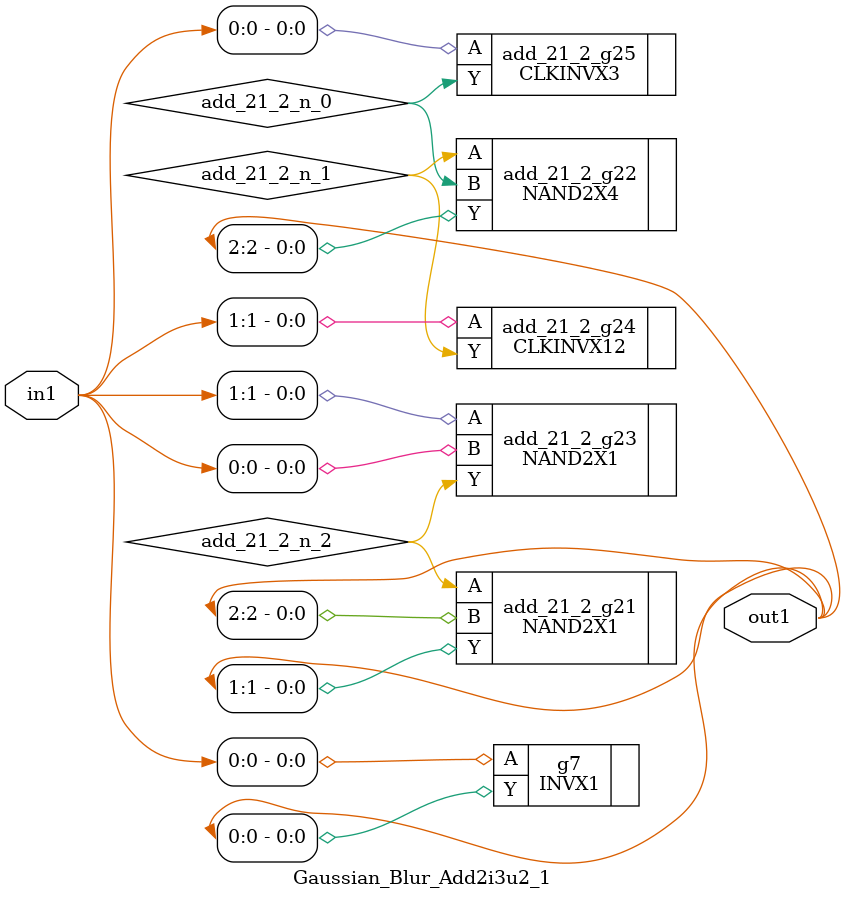
<source format=v>
`timescale 1ps / 1ps


module Gaussian_Blur_Add2i3u2_1(in1, out1);
  input [1:0] in1;
  output [2:0] out1;
  wire [1:0] in1;
  wire [2:0] out1;
  wire add_21_2_n_0, add_21_2_n_1, add_21_2_n_2;
  INVX1 g7(.A (in1[0]), .Y (out1[0]));
  NAND2X1 add_21_2_g21(.A (add_21_2_n_2), .B (out1[2]), .Y (out1[1]));
  NAND2X4 add_21_2_g22(.A (add_21_2_n_1), .B (add_21_2_n_0), .Y
       (out1[2]));
  NAND2X1 add_21_2_g23(.A (in1[1]), .B (in1[0]), .Y (add_21_2_n_2));
  CLKINVX12 add_21_2_g24(.A (in1[1]), .Y (add_21_2_n_1));
  CLKINVX3 add_21_2_g25(.A (in1[0]), .Y (add_21_2_n_0));
endmodule


</source>
